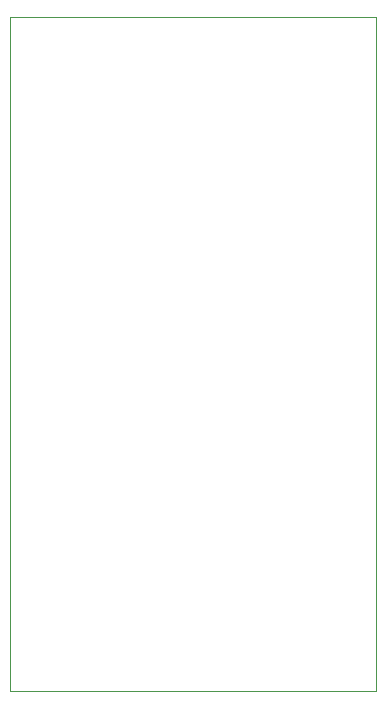
<source format=gm1>
G04 #@! TF.GenerationSoftware,KiCad,Pcbnew,7.0.7-7.0.7~ubuntu22.04.1*
G04 #@! TF.CreationDate,2024-01-07T15:40:38+01:00*
G04 #@! TF.ProjectId,pico-dap-swd,7069636f-2d64-4617-902d-7377642e6b69,rev?*
G04 #@! TF.SameCoordinates,Original*
G04 #@! TF.FileFunction,Profile,NP*
%FSLAX46Y46*%
G04 Gerber Fmt 4.6, Leading zero omitted, Abs format (unit mm)*
G04 Created by KiCad (PCBNEW 7.0.7-7.0.7~ubuntu22.04.1) date 2024-01-07 15:40:38*
%MOMM*%
%LPD*%
G01*
G04 APERTURE LIST*
G04 #@! TA.AperFunction,Profile*
%ADD10C,0.100000*%
G04 #@! TD*
G04 APERTURE END LIST*
D10*
X65000000Y-93000000D02*
X65000000Y-36000000D01*
X96000000Y-93000000D02*
X65000000Y-93000000D01*
X96000000Y-87000000D02*
X96000000Y-93000000D01*
X96000000Y-36000000D02*
X96000000Y-87000000D01*
X65000000Y-36000000D02*
X96000000Y-36000000D01*
M02*

</source>
